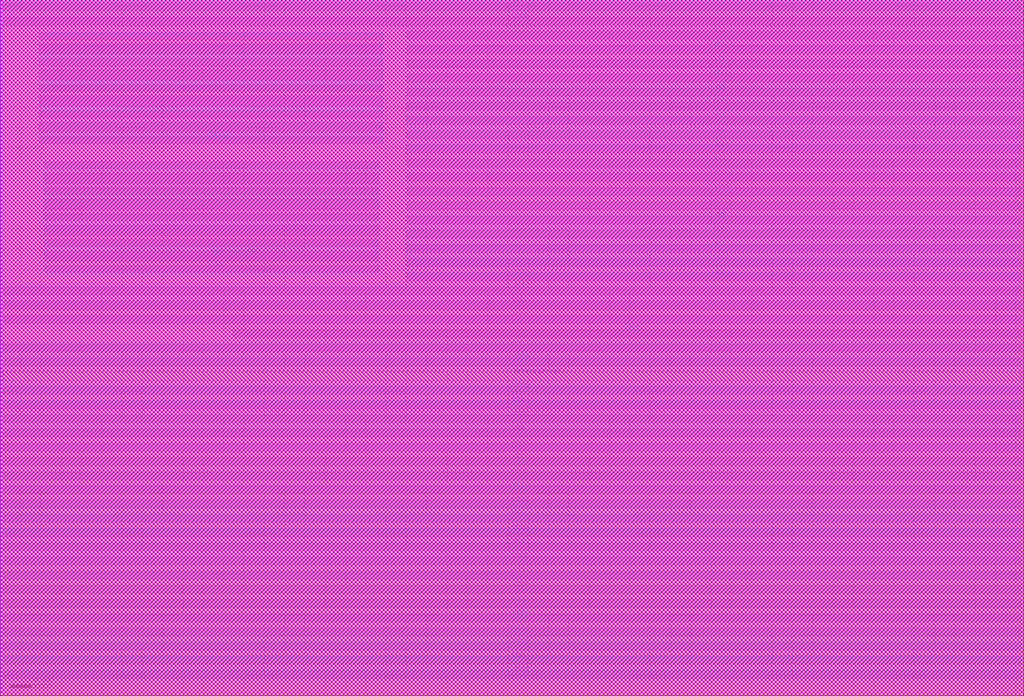
<source format=lef>
# LEF OUT API 
# Creation Date : Thu Dec 16 03:04:04 PST 2021
# 
VERSION 5.8 ;
BUSBITCHARS "[]" ;
DIVIDERCHAR "/" ;
MACRO dwc_ddrphy_cmpana
  CLASS BLOCK ;
  ORIGIN 0 0 ;
  FOREIGN dwc_ddrphy_cmpana 0 0 ;
  SYMMETRY X Y ;
  SIZE 100.8 BY 68.58 ;
  PIN Cmpdig_CalDac[5]
    DIRECTION INPUT ;
    USE SIGNAL ;
    ANTENNAPARTIALMETALAREA 3.0955699375 LAYER D5 ;
    ANTENNAPARTIALMETALSIDEAREA 5.59003 LAYER D5 ;
    ANTENNADIFFAREA 0.324 LAYER D5 ;
    ANTENNAMODEL OXIDE1 ;
      ANTENNAGATEAREA 0.001296 LAYER D5 ;
      ANTENNAMAXAREACAR 2723.8 LAYER D5 ;
      ANTENNAMAXSIDEAREACAR 4586.6 LAYER D5 ;
    PORT
      LAYER D5 ;
        RECT 100.686 60.91875 100.8 61.01875 ;
    END
  END Cmpdig_CalDac[5]
  PIN Cmpdig_CalRef[0]
    DIRECTION INPUT ;
    USE SIGNAL ;
    ANTENNAPARTIALMETALAREA 3.08107 LAYER D5 ;
    ANTENNAPARTIALMETALSIDEAREA 5.56393 LAYER D5 ;
    ANTENNADIFFAREA 0.324 LAYER D5 ;
    ANTENNAMODEL OXIDE1 ;
      ANTENNAGATEAREA 0.001296 LAYER D5 ;
      ANTENNAMAXAREACAR 2647.8 LAYER D5 ;
      ANTENNAMAXSIDEAREACAR 4519.8 LAYER D5 ;
    PORT
      LAYER D5 ;
        RECT 100.686 60.07875 100.8 60.17875 ;
    END
  END Cmpdig_CalRef[0]
  PIN Cmpdig_CalCmpr
    DIRECTION INPUT ;
    USE SIGNAL ;
    ANTENNAPARTIALMETALAREA 2.7071299375 LAYER D5 ;
    ANTENNAPARTIALMETALSIDEAREA 4.89082 LAYER D5 ;
    ANTENNAMODEL OXIDE1 ;
      ANTENNAGATEAREA 0.002808 LAYER D5 ;
      ANTENNAMAXAREACAR 1065.07 LAYER D5 ;
      ANTENNAMAXSIDEAREACAR 1828.95 LAYER D5 ;
    PORT
      LAYER D5 ;
        RECT 100.686 59.41875 100.8 59.51875 ;
    END
  END Cmpdig_CalCmpr
  PIN Cmpdig_CalExt
    DIRECTION INPUT ;
    USE SIGNAL ;
    ANTENNAPARTIALMETALAREA 2.85112 LAYER D5 ;
    ANTENNAPARTIALMETALSIDEAREA 5.15003 LAYER D5 ;
    ANTENNADIFFAREA 0.324 LAYER D5 ;
    ANTENNAMODEL OXIDE1 ;
      ANTENNAGATEAREA 0.001296 LAYER D5 ;
      ANTENNAMAXAREACAR 2382.67 LAYER D5 ;
      ANTENNAMAXSIDEAREACAR 4137.56 LAYER D5 ;
    PORT
      LAYER D5 ;
        RECT 100.686 58.93875 100.8 59.03875 ;
    END
  END Cmpdig_CalExt
  PIN InternalLoad
    DIRECTION INPUT ;
    USE SIGNAL ;
    ANTENNAPARTIALMETALAREA 80.16 LAYER D7 ;
    ANTENNAPARTIALMETALSIDEAREA 18.18 LAYER D7 ;
    PORT
      LAYER D7 ;
        RECT 0.3 31.08 100.5 31.88 ;
    END
  END InternalLoad
  PIN ExternalLoad
    DIRECTION INPUT ;
    USE SIGNAL ;
    ANTENNAPARTIALMETALAREA 272.462 LAYER D8 ;
    ANTENNAPARTIALMETALSIDEAREA 49.5504 LAYER D8 ;
    ANTENNADIFFAREA 65.4797 LAYER D8 ;
    PORT
      LAYER D8 ;
        RECT 3.841 63.20725 37.671 64.22725 ;
        RECT 3.841 60.64525 37.671 61.66525 ;
        RECT 3.841 58.08325 37.671 59.10325 ;
        RECT 3.841 55.52125 37.671 56.54125 ;
        RECT 4.309 50.48125 37.259 51.50125 ;
        RECT 4.309 47.91925 37.259 48.93925 ;
        RECT 4.309 45.35725 37.259 46.37725 ;
        RECT 4.309 42.79525 37.259 43.81525 ;
    END
  END ExternalLoad
  PIN Csr_CmprGainCurrAdj[3]
    DIRECTION INPUT ;
    USE SIGNAL ;
    ANTENNAPARTIALMETALAREA 3.06692 LAYER D5 ;
    ANTENNAPARTIALMETALSIDEAREA 5.53846 LAYER D5 ;
    ANTENNADIFFAREA 0.324 LAYER D5 ;
    ANTENNAMODEL OXIDE1 ;
      ANTENNAGATEAREA 0.002808 LAYER D5 ;
      ANTENNAMAXAREACAR 1334.25 LAYER D5 ;
      ANTENNAMAXSIDEAREACAR 2161.15 LAYER D5 ;
    PORT
      LAYER D5 ;
        RECT 100.686 63.37875 100.8 63.47875 ;
    END
  END Csr_CmprGainCurrAdj[3]
  PIN PwrOk
    DIRECTION INPUT ;
    USE SIGNAL ;
    ANTENNAPARTIALMETALAREA 1.55512 LAYER D5 ;
    ANTENNAPARTIALMETALSIDEAREA 2.81723 LAYER D5 ;
    ANTENNAMODEL OXIDE1 ;
      ANTENNAGATEAREA 0.001296 LAYER D5 ;
      ANTENNAMAXAREACAR 1826.94 LAYER D5 ;
      ANTENNAMAXSIDEAREACAR 2657.19 LAYER D5 ;
    PORT
      LAYER D5 ;
        RECT 100.686 64.69875 100.8 64.79875 ;
    END
  END PwrOk
  PIN Csr_CmprGainCurrAdj[2]
    DIRECTION INPUT ;
    USE SIGNAL ;
    ANTENNAPARTIALMETALAREA 1.77112 LAYER D5 ;
    ANTENNAPARTIALMETALSIDEAREA 3.20602 LAYER D5 ;
    ANTENNADIFFAREA 0.324 LAYER D5 ;
    ANTENNAMODEL OXIDE1 ;
      ANTENNAGATEAREA 0.002808 LAYER D5 ;
      ANTENNAMAXAREACAR 879.197 LAYER D5 ;
      ANTENNAMAXSIDEAREACAR 1335.12 LAYER D5 ;
    PORT
      LAYER D5 ;
        RECT 100.686 63.55875 100.8 63.65875 ;
    END
  END Csr_CmprGainCurrAdj[2]
  PIN Csr_CmprGainCurrAdj[1]
    DIRECTION INPUT ;
    USE SIGNAL ;
    ANTENNAPARTIALMETALAREA 1.62712 LAYER D5 ;
    ANTENNAPARTIALMETALSIDEAREA 2.94683 LAYER D5 ;
    ANTENNADIFFAREA 0.324 LAYER D5 ;
    ANTENNAMODEL OXIDE1 ;
      ANTENNAGATEAREA 0.002808 LAYER D5 ;
      ANTENNAMAXAREACAR 845.008 LAYER D5 ;
      ANTENNAMAXSIDEAREACAR 1255.13 LAYER D5 ;
    PORT
      LAYER D5 ;
        RECT 100.686 64.03875 100.8 64.13875 ;
    END
  END Csr_CmprGainCurrAdj[1]
  PIN Cmpdig_CalDac[0]
    DIRECTION INPUT ;
    USE SIGNAL ;
    ANTENNAPARTIALMETALAREA 3.0952 LAYER D5 ;
    ANTENNAPARTIALMETALSIDEAREA 5.58936 LAYER D5 ;
    ANTENNADIFFAREA 0.324 LAYER D5 ;
    ANTENNAMODEL OXIDE1 ;
      ANTENNAGATEAREA 0.001296 LAYER D5 ;
      ANTENNAMAXAREACAR 2862.4 LAYER D5 ;
      ANTENNAMAXSIDEAREACAR 4686.08 LAYER D5 ;
    PORT
      LAYER D5 ;
        RECT 100.686 62.71875 100.8 62.81875 ;
    END
  END Cmpdig_CalDac[0]
  PIN Cmpdig_CalDac[2]
    DIRECTION INPUT ;
    USE SIGNAL ;
    ANTENNAPARTIALMETALAREA 3.0955699375 LAYER D5 ;
    ANTENNAPARTIALMETALSIDEAREA 5.59003 LAYER D5 ;
    ANTENNADIFFAREA 0.324 LAYER D5 ;
    ANTENNAMODEL OXIDE1 ;
      ANTENNAGATEAREA 0.001296 LAYER D5 ;
      ANTENNAMAXAREACAR 2811.76 LAYER D5 ;
      ANTENNAMAXSIDEAREACAR 4649.94 LAYER D5 ;
    PORT
      LAYER D5 ;
        RECT 100.686 62.05875 100.8 62.15875 ;
    END
  END Cmpdig_CalDac[2]
  PIN Cmpdig_CalDac[4]
    DIRECTION INPUT ;
    USE SIGNAL ;
    ANTENNAPARTIALMETALAREA 1.98712 LAYER D5 ;
    ANTENNAPARTIALMETALSIDEAREA 3.59483 LAYER D5 ;
    ANTENNADIFFAREA 0.324 LAYER D5 ;
    ANTENNAMODEL OXIDE1 ;
      ANTENNAGATEAREA 0.001296 LAYER D5 ;
      ANTENNAMAXAREACAR 1905.55 LAYER D5 ;
      ANTENNAMAXSIDEAREACAR 3073.76 LAYER D5 ;
    PORT
      LAYER D5 ;
        RECT 100.686 61.39875 100.8 61.49875 ;
    END
  END Cmpdig_CalDac[4]
  PIN Cmpdig_CalDac[6]
    DIRECTION INPUT ;
    USE SIGNAL ;
    ANTENNAPARTIALMETALAREA 2.41912 LAYER D5 ;
    ANTENNAPARTIALMETALSIDEAREA 4.37242 LAYER D5 ;
    ANTENNADIFFAREA 0.324 LAYER D5 ;
    ANTENNAMODEL OXIDE1 ;
      ANTENNAGATEAREA 0.001296 LAYER D5 ;
      ANTENNAMAXAREACAR 2187.96 LAYER D5 ;
      ANTENNAMAXSIDEAREACAR 3637.09 LAYER D5 ;
    PORT
      LAYER D5 ;
        RECT 100.686 60.73875 100.8 60.83875 ;
    END
  END Cmpdig_CalDac[6]
  PIN Cmpdig_CalDac[7]
    DIRECTION INPUT ;
    USE SIGNAL ;
    ANTENNAPARTIALMETALAREA 2.2755299375 LAYER D5 ;
    ANTENNAPARTIALMETALSIDEAREA 4.11395 LAYER D5 ;
    ANTENNADIFFAREA 0.324 LAYER D5 ;
    ANTENNAMODEL OXIDE1 ;
      ANTENNAGATEAREA 0.001296 LAYER D5 ;
      ANTENNAMAXAREACAR 2040.53 LAYER D5 ;
      ANTENNAMAXSIDEAREACAR 3411.27 LAYER D5 ;
    PORT
      LAYER D5 ;
        RECT 100.686 60.25875 100.8 60.35875 ;
    END
  END Cmpdig_CalDac[7]
  PIN Csr_CmprGainCurrAdj[0]
    DIRECTION INPUT ;
    USE SIGNAL ;
    ANTENNAPARTIALMETALAREA 3.0952 LAYER D5 ;
    ANTENNAPARTIALMETALSIDEAREA 5.58936 LAYER D5 ;
    ANTENNADIFFAREA 0.324 LAYER D5 ;
    ANTENNAMODEL OXIDE1 ;
      ANTENNAGATEAREA 0.002808 LAYER D5 ;
      ANTENNAMAXAREACAR 1376.19 LAYER D5 ;
      ANTENNAMAXSIDEAREACAR 2202.22 LAYER D5 ;
    PORT
      LAYER D5 ;
        RECT 100.686 64.21875 100.8 64.31875 ;
    END
  END Csr_CmprGainCurrAdj[0]
  PIN Cmpdig_CalRef[1]
    DIRECTION INPUT ;
    USE SIGNAL ;
    ANTENNAPARTIALMETALAREA 3.0955699375 LAYER D5 ;
    ANTENNAPARTIALMETALSIDEAREA 5.59003 LAYER D5 ;
    ANTENNADIFFAREA 0.324 LAYER D5 ;
    ANTENNAMODEL OXIDE1 ;
      ANTENNAGATEAREA 0.001296 LAYER D5 ;
      ANTENNAMAXAREACAR 2621.95 LAYER D5 ;
      ANTENNAMAXSIDEAREACAR 4513.27 LAYER D5 ;
    PORT
      LAYER D5 ;
        RECT 100.686 59.59875 100.8 59.69875 ;
    END
  END Cmpdig_CalRef[1]
  PIN Cmpdig_CalInt
    DIRECTION INPUT ;
    USE SIGNAL ;
    ANTENNAPARTIALMETALAREA 2.7791299375 LAYER D5 ;
    ANTENNAPARTIALMETALSIDEAREA 5.02042 LAYER D5 ;
    ANTENNADIFFAREA 0.324 LAYER D5 ;
    ANTENNAMODEL OXIDE1 ;
      ANTENNAGATEAREA 0.001296 LAYER D5 ;
      ANTENNAMAXAREACAR 2312.96 LAYER D5 ;
      ANTENNAMAXSIDEAREACAR 4027.09 LAYER D5 ;
    PORT
      LAYER D5 ;
        RECT 100.686 58.75875 100.8 58.85875 ;
    END
  END Cmpdig_CalInt
  PIN Cmpdig_CalDac[3]
    DIRECTION INPUT ;
    USE SIGNAL ;
    ANTENNAPARTIALMETALAREA 2.20312 LAYER D5 ;
    ANTENNAPARTIALMETALSIDEAREA 3.98362 LAYER D5 ;
    ANTENNADIFFAREA 0.324 LAYER D5 ;
    ANTENNAMODEL OXIDE1 ;
      ANTENNAGATEAREA 0.001296 LAYER D5 ;
      ANTENNAMAXAREACAR 2086.11 LAYER D5 ;
      ANTENNAMAXSIDEAREACAR 3383.76 LAYER D5 ;
    PORT
      LAYER D5 ;
        RECT 100.686 61.57875 100.8 61.67875 ;
    END
  END Cmpdig_CalDac[3]
  PIN Cmpdig_CalDac[1]
    DIRECTION INPUT ;
    USE SIGNAL ;
    ANTENNAPARTIALMETALAREA 3.0955699375 LAYER D5 ;
    ANTENNAPARTIALMETALSIDEAREA 5.59003 LAYER D5 ;
    ANTENNADIFFAREA 0.324 LAYER D5 ;
    ANTENNAMODEL OXIDE1 ;
      ANTENNAGATEAREA 0.001296 LAYER D5 ;
      ANTENNAMAXAREACAR 2825.65 LAYER D5 ;
      ANTENNAMAXSIDEAREACAR 4659.94 LAYER D5 ;
    PORT
      LAYER D5 ;
        RECT 100.686 62.23875 100.8 62.33875 ;
    END
  END Cmpdig_CalDac[1]
  PIN Cmpana_Out
    DIRECTION OUTPUT ;
    USE SIGNAL ;
    ANTENNAPARTIALMETALAREA 1.37682 LAYER D5 ;
    ANTENNAPARTIALMETALSIDEAREA 2.51429 LAYER D5 ;
    ANTENNADIFFAREA 0.008424 LAYER D5 ;
    PORT
      LAYER D5 ;
        RECT 100.686 58.355 100.8 58.455 ;
    END
  END Cmpana_Out
  PIN Csr_CmprGainCurrAdj[4]
    DIRECTION INPUT ;
    USE SIGNAL ;
    ANTENNAPARTIALMETALAREA 0.087075 LAYER D5 ;
    ANTENNAPARTIALMETALSIDEAREA 0.174735 LAYER D5 ;
    PORT
      LAYER D5 ;
        RECT 100.686 65.17875 100.79975 65.27875 ;
    END
  END Csr_CmprGainCurrAdj[4]
  PIN Csr_CmprGainCurrAdj[5]
    DIRECTION INPUT ;
    USE SIGNAL ;
    ANTENNAPARTIALMETALAREA 0.087075 LAYER D5 ;
    ANTENNAPARTIALMETALSIDEAREA 0.174735 LAYER D5 ;
    PORT
      LAYER D5 ;
        RECT 100.686 65.35875 100.79975 65.45875 ;
    END
  END Csr_CmprGainCurrAdj[5]
  PIN Csr_CmprGainCurrAdj[6]
    DIRECTION INPUT ;
    USE SIGNAL ;
    ANTENNAPARTIALMETALAREA 0.087075 LAYER D5 ;
    ANTENNAPARTIALMETALSIDEAREA 0.174735 LAYER D5 ;
    PORT
      LAYER D5 ;
        RECT 100.686 65.83875 100.79975 65.93875 ;
    END
  END Csr_CmprGainCurrAdj[6]
  PIN Cmpdig_CmpanaClk
    DIRECTION INPUT ;
    USE SIGNAL ;
    ANTENNAPARTIALMETALAREA 1.2445 LAYER D5 ;
    ANTENNAPARTIALMETALSIDEAREA 2.2581 LAYER D5 ;
    ANTENNAMODEL OXIDE1 ;
      ANTENNAGATEAREA 0.002592 LAYER D5 ;
      ANTENNAMAXAREACAR 1134.78 LAYER D5 ;
      ANTENNAMAXSIDEAREACAR 1361.48 LAYER D5 ;
    PORT
      LAYER D5 ;
        RECT 100.686 57.96825 100.8 58.06825 ;
    END
  END Cmpdig_CmpanaClk
  PIN Csr_CmprGainCurrAdj[7]
    DIRECTION INPUT ;
    USE SIGNAL ;
    ANTENNAPARTIALMETALAREA 0.087675 LAYER D5 ;
    ANTENNAPARTIALMETALSIDEAREA 0.175815 LAYER D5 ;
    PORT
      LAYER D5 ;
        RECT 100.686 66.01875 100.8 66.11875 ;
    END
  END Csr_CmprGainCurrAdj[7]
  PIN Csr_CmprBiasPowerUp
    DIRECTION INPUT ;
    USE SIGNAL ;
    ANTENNAPARTIALMETALAREA 0.087675 LAYER D5 ;
    ANTENNAPARTIALMETALSIDEAREA 0.175815 LAYER D5 ;
    PORT
      LAYER D5 ;
        RECT 100.686 66.49875 100.8 66.59875 ;
    END
  END Csr_CmprBiasPowerUp
  PIN Csr_CmprBiasBypassEn
    DIRECTION INPUT ;
    USE SIGNAL ;
    ANTENNAPARTIALMETALAREA 0.087675 LAYER D5 ;
    ANTENNAPARTIALMETALSIDEAREA 0.175815 LAYER D5 ;
    PORT
      LAYER D5 ;
        RECT 100.686 66.67875 100.8 66.77875 ;
    END
  END Csr_CmprBiasBypassEn
  PIN Csr_CmprGainResAdj
    DIRECTION INPUT ;
    USE SIGNAL ;
    ANTENNAPARTIALMETALAREA 0.087675 LAYER D5 ;
    ANTENNAPARTIALMETALSIDEAREA 0.175815 LAYER D5 ;
    PORT
      LAYER D5 ;
        RECT 100.686 67.15875 100.8 67.25875 ;
    END
  END Csr_CmprGainResAdj
  PIN Cmpdig_CmpanaEn
    DIRECTION INPUT ;
    USE SIGNAL ;
    ANTENNAPARTIALMETALAREA 1.91512 LAYER D5 ;
    ANTENNAPARTIALMETALSIDEAREA 3.46522 LAYER D5 ;
    ANTENNAMODEL OXIDE1 ;
      ANTENNAGATEAREA 0.003888 LAYER D5 ;
      ANTENNAMAXAREACAR 1278.74 LAYER D5 ;
      ANTENNAMAXSIDEAREACAR 1967.08 LAYER D5 ;
    PORT
      LAYER D5 ;
        RECT 100.686 62.89875 100.8 62.99875 ;
    END
  END Cmpdig_CmpanaEn
  PIN PwrOk_VIO
    DIRECTION INPUT ;
    USE SIGNAL ;
    ANTENNAPARTIALMETALAREA 0.625025 LAYER D5 ;
    ANTENNAPARTIALMETALSIDEAREA 1.14304 LAYER D5 ;
    ANTENNAMODEL OXIDE1 ;
      ANTENNAGATEAREA 0.6048 LAYER D5 ;
      ANTENNAMAXAREACAR 1.63579 LAYER D5 ;
      ANTENNAMAXSIDEAREACAR 2.5246 LAYER D5 ;
    PORT
      LAYER D5 ;
        RECT 100.686 67.33875 100.8 67.43875 ;
    END
  END PwrOk_VIO
  PIN VDDQ
    DIRECTION INPUT ;
    USE POWER ;
    PORT
      LAYER D8 ;
        RECT 0.3 32.48 100.5 33.28 ;
    END
    PORT
      LAYER D8 ;
        RECT 0.3 66.08 100.5 66.88 ;
    END
    PORT
      LAYER D8 ;
        RECT 0.3 1.68 100.5 2.48 ;
    END
    PORT
      LAYER D8 ;
        RECT 0.3 4.48 100.5 5.28 ;
    END
    PORT
      LAYER D8 ;
        RECT 0.3 7.28 100.5 8.08 ;
    END
    PORT
      LAYER D8 ;
        RECT 0.3 10.08 100.5 10.88 ;
    END
    PORT
      LAYER D8 ;
        RECT 0.3 26.88 100.5 27.68 ;
    END
    PORT
      LAYER D8 ;
        RECT 0.3 29.68 100.5 30.48 ;
    END
    PORT
      LAYER D8 ;
        RECT 0.3 12.88 100.5 13.68 ;
    END
    PORT
      LAYER D8 ;
        RECT 0.3 15.68 100.5 16.48 ;
    END
    PORT
      LAYER D8 ;
        RECT 0.3 18.48 100.5 19.28 ;
    END
    PORT
      LAYER D8 ;
        RECT 0.3 21.28 100.5 22.08 ;
    END
    PORT
      LAYER D8 ;
        RECT 0.3 24.08 100.5 24.88 ;
    END
    PORT
      LAYER D8 ;
        RECT 40.006 63.28 100.5 64.08 ;
    END
    PORT
      LAYER D8 ;
        RECT 40.006 60.48 100.5 61.28 ;
    END
    PORT
      LAYER D8 ;
        RECT 40.006 57.68 100.5 58.48 ;
    END
    PORT
      LAYER D8 ;
        RECT 0.3 36.68 100.5 37.48 ;
    END
    PORT
      LAYER D8 ;
        RECT 40.006 40.88 100.5 41.68 ;
    END
    PORT
      LAYER D8 ;
        RECT 40.006 45.08 100.5 45.88 ;
    END
    PORT
      LAYER D8 ;
        RECT 40.006 49.28 100.5 50.08 ;
    END
    PORT
      LAYER D8 ;
        RECT 40.006 53.48 100.5 54.28 ;
    END
    PORT
      LAYER D8 ;
        RECT 3.841 64.64925 37.671 65.34925 ;
        RECT 3.841 62.08725 37.671 62.78725 ;
        RECT 3.841 59.52525 37.671 60.22525 ;
        RECT 3.841 56.96325 37.671 57.66325 ;
        RECT 3.841 54.40125 37.671 55.10125 ;
    END
  END VDDQ
  PIN VSS
    DIRECTION INPUT ;
    USE GROUND ;
    PORT
      LAYER D8 ;
        RECT 0.3 67.48 100.5 68.28 ;
    END
    PORT
      LAYER D8 ;
        RECT 40.006 64.68 100.5 65.48 ;
    END
    PORT
      LAYER D8 ;
        RECT 0.3 3.08 100.5 3.88 ;
    END
    PORT
      LAYER D8 ;
        RECT 0.3 5.88 100.5 6.68 ;
    END
    PORT
      LAYER D8 ;
        RECT 0.3 8.68 100.5 9.48 ;
    END
    PORT
      LAYER D8 ;
        RECT 0.3 11.48 100.5 12.28 ;
    END
    PORT
      LAYER D8 ;
        RECT 0.3 25.48 100.5 26.28 ;
    END
    PORT
      LAYER D8 ;
        RECT 0.3 28.28 100.5 29.08 ;
    END
    PORT
      LAYER D8 ;
        RECT 0.3 14.28 100.5 15.08 ;
    END
    PORT
      LAYER D8 ;
        RECT 0.3 17.08 100.5 17.88 ;
    END
    PORT
      LAYER D8 ;
        RECT 0.3 19.88 100.5 20.68 ;
    END
    PORT
      LAYER D8 ;
        RECT 0.3 22.68 100.5 23.48 ;
    END
    PORT
      LAYER D8 ;
        RECT 40.006 61.88 100.5 62.68 ;
    END
    PORT
      LAYER D8 ;
        RECT 40.006 59.08 100.5 59.88 ;
    END
    PORT
      LAYER D8 ;
        RECT 0.3 39.48 100.5 40.28 ;
    END
    PORT
      LAYER D8 ;
        RECT 40.006 43.68 100.5 44.48 ;
    END
    PORT
      LAYER D8 ;
        RECT 40.006 47.88 100.5 48.68 ;
    END
    PORT
      LAYER D8 ;
        RECT 40.006 52.08 100.5 52.88 ;
    END
    PORT
      LAYER D8 ;
        RECT 40.006 56.28 100.5 57.08 ;
    END
    PORT
      LAYER D8 ;
        RECT 4.309 51.92325 37.259 52.62325 ;
        RECT 4.309 49.36125 37.259 50.06125 ;
        RECT 4.309 46.79925 37.259 47.49925 ;
        RECT 4.309 44.23725 37.259 44.93725 ;
        RECT 4.309 41.67525 37.259 42.37525 ;
    END
    PORT
      LAYER D8 ;
        RECT 22.913 35.28 100.5 36.08 ;
    END
  END VSS
  PIN VDD
    DIRECTION INPUT ;
    USE POWER ;
    PORT
      LAYER D8 ;
        RECT 0.3 33.88 100.5 34.68 ;
    END
    PORT
      LAYER D8 ;
        RECT 0.3 38.08 100.5 38.88 ;
    END
    PORT
      LAYER D8 ;
        RECT 40.006 42.28 100.5 43.08 ;
    END
    PORT
      LAYER D8 ;
        RECT 40.006 46.48 100.5 47.28 ;
    END
    PORT
      LAYER D8 ;
        RECT 40.006 50.68 100.5 51.48 ;
    END
    PORT
      LAYER D8 ;
        RECT 40.006 54.88 100.5 55.68 ;
    END
  END VDD
  OBS
    LAYER M1 SPACING 0 ;
      RECT 0 0 100.8 68.58 ;
    LAYER M2 SPACING 0 ;
      RECT 0 0 100.8 68.58 ;
    LAYER M3 SPACING 0 ;
      RECT 0 0 100.8 68.58 ;
    LAYER M4 SPACING 0 ;
      RECT 0 0 100.8 68.58 ;
    LAYER D5 SPACING 0 ;
      POLYGON 0 0 0 68.58 100.8 68.58 100.8 67.43875 100.686 67.43875 100.686 67.33875 100.8 67.33875 100.8 67.25875 100.686 67.25875 100.686 67.15875 100.8 67.15875 100.8 66.77875 100.686 66.77875 100.686 66.67875 100.8 66.67875 100.8 66.59875 100.686 66.59875 100.686 66.49875 100.8 66.49875 100.8 66.11875 100.686 66.11875 100.686 66.01875 100.8 66.01875 100.8 65.93875 100.686 65.93875 100.686 65.83875 100.79975 65.83875 100.79975 65.93875 100.8 65.93875 100.8 65.45875 100.686 65.45875 100.686 65.35875 100.79975 65.35875 100.79975 65.45875 100.8 65.45875 100.8 65.27875 100.686 65.27875 100.686 65.17875 100.79975 65.17875 100.79975 65.27875 100.8 65.27875 100.8 64.79875 100.686 64.79875 100.686 64.69875 100.8 64.69875 100.8 64.31875 100.686 64.31875 100.686 64.21875 100.8 64.21875 100.8 64.13875 100.686 64.13875 100.686 64.03875 100.8 64.03875 100.8 63.65875 100.686 63.65875 100.686 63.55875 100.8 63.55875 100.8 63.47875 100.686 63.47875 100.686 63.37875 100.8 63.37875 100.8 62.99875 100.686 62.99875 100.686 62.89875 100.8 62.89875 100.8 62.81875 100.686 62.81875 100.686 62.71875 100.8 62.71875 100.8 62.33875 100.686 62.33875 100.686 62.23875 100.8 62.23875 100.8 62.15875 100.686 62.15875 100.686 62.05875 100.8 62.05875 100.8 61.67875 100.686 61.67875 100.686 61.57875 100.8 61.57875 100.8 61.49875 100.686 61.49875 100.686 61.39875 100.8 61.39875 100.8 61.01875 100.686 61.01875 100.686 60.91875 100.8 60.91875 100.8 60.83875 100.686 60.83875 100.686 60.73875 100.8 60.73875 100.8 60.35875 100.686 60.35875 100.686 60.25875 100.8 60.25875 100.8 60.17875 100.686 60.17875 100.686 60.07875 100.8 60.07875 100.8 59.69875 100.686 59.69875 100.686 59.59875 100.8 59.59875 100.8 59.51875 100.686 59.51875 100.686 59.41875 100.8 59.41875 100.8 59.03875 100.686 59.03875 100.686 58.93875 100.8 58.93875 100.8 58.85875 100.686 58.85875 100.686 58.75875 100.8 58.75875 100.8 58.455 100.686 58.455 100.686 58.355 100.8 58.355 100.8 58.06825 100.686 58.06825 100.686 57.96825 100.8 57.96825 100.8 0 ;
    LAYER D6 SPACING 0 ;
      RECT 0 0 100.8 68.58 ;
    LAYER D7 SPACING 0 ;
      POLYGON 0 0 0 68.58 100.8 68.58 100.8 31.88 0.3 31.88 0.3 31.08 100.5 31.08 100.5 31.88 100.8 31.88 100.8 0 ;
  END
END dwc_ddrphy_cmpana

END LIBRARY

</source>
